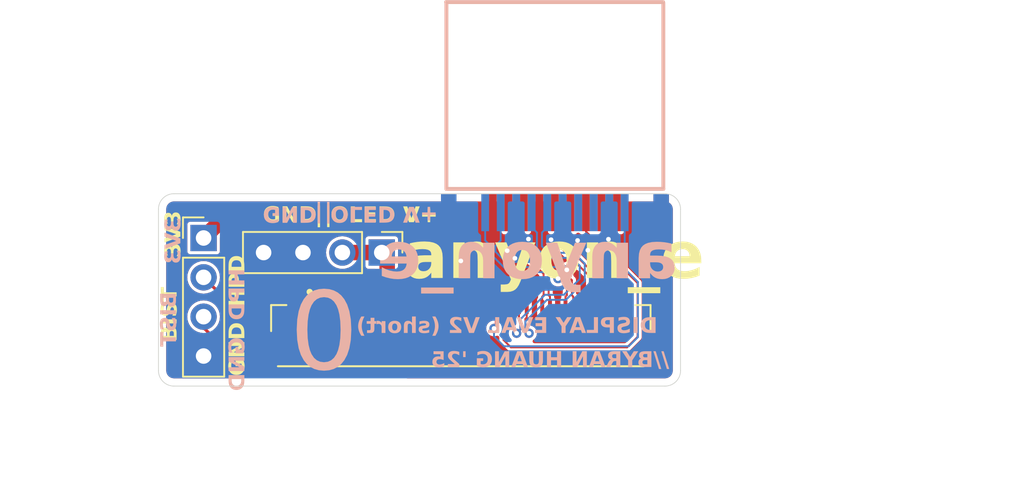
<source format=kicad_pcb>
(kicad_pcb (version 20240225) (generator "pcbnew") (generator_version "8.99")
  (layers (0 "F.Cu" signal) (1 "In1.Cu" signal) (2 "In2.Cu" signal) (31 "B.Cu" signal) (34 "B.Paste" user) (35 "F.Paste" user) (36 "B.SilkS" user "B.Silkscreen") (37 "F.SilkS" user "F.Silkscreen") (38 "B.Mask" user) (39 "F.Mask" user) (44 "Edge.Cuts" user))
  (net 0 "")
  (net 1 "/BIST_EN")
  (net 2 "+3.3V")
  (net 3 "GND")
  (net 6 "/DP_2N")
  (net 7 "/DP_3P")
  (net 8 "/OLED_EL")
  (net 11 "/DP_1N")
  (net 12 "/DP_3N")
  (net 14 "/DP_0N")
  (net 15 "/AUX_N")
  (net 18 "/AUX_P")
  (net 23 "/DP_0P")
  (net 24 "/DP_1P")
  (net 25 "/DP_2P")
  (net 27 "/HPD")
  (net 30 "+5V")
  (footprint "Connector_PinHeader_2.54mm:PinHeader_1x04_P2.54mm_Vertical" (layer "F.Cu") (at 98.96 134.28 -90)
    (property "Reference" "J2" (hide yes))
    (property "Value" "OLED EL")
    (fp_line (start -1.33 8.95) (end 1.33 8.95) (stroke (width 0.12)) (layer "F.SilkS"))
    (fp_line (start -1.33 1.27) (end -1.33 8.95) (stroke (width 0.12)) (layer "F.SilkS"))
    (fp_line (start -1.33 1.27) (end 1.33 1.27) (stroke (width 0.12)) (layer "F.SilkS"))
    (fp_line (start 1.33 1.27) (end 1.33 8.95) (stroke (width 0.12)) (layer "F.SilkS"))
    (fp_line (start -1.33 0) (end -1.33 -1.33) (stroke (width 0.12)) (layer "F.SilkS"))
    (fp_line (start -1.33 -1.33) (end 0 -1.33) (stroke (width 0.12)) (layer "F.SilkS"))
    (pad "1" thru_hole rect (at 0 0 270) (size 1.7 1.7) (drill 1) (layers "*.Cu" "*.Mask") (net 8 "/OLED_EL"))
    (pad "2" thru_hole oval (at 0 2.54 270) (size 1.7 1.7) (drill 1) (layers "*.Cu" "*.Mask") (net 8 "/OLED_EL"))
    (pad "3" thru_hole oval (at 0 5.08 270) (size 1.7 1.7) (drill 1) (layers "*.Cu" "*.Mask") (net 3 "GND"))
    (pad "4" thru_hole oval (at 0 7.62 270) (size 1.7 1.7) (drill 1) (layers "*.Cu" "*.Mask") (net 3 "GND"))
  )
  (footprint "Connector_PinHeader_2.54mm:PinHeader_1x04_P2.54mm_Vertical" (layer "F.Cu") (at 87.47 133.34)
    (property "Reference" "J5" (hide yes))
    (property "Value" "DEBUG")
    (fp_line (start -1.33 -1.33) (end 0 -1.33) (stroke (width 0.12)) (layer "F.SilkS"))
    (fp_line (start -1.33 0) (end -1.33 -1.33) (stroke (width 0.12)) (layer "F.SilkS"))
    (fp_line (start -1.33 1.27) (end -1.33 8.95) (stroke (width 0.12)) (layer "F.SilkS"))
    (fp_line (start -1.33 1.27) (end 1.33 1.27) (stroke (width 0.12)) (layer "F.SilkS"))
    (fp_line (start -1.33 8.95) (end 1.33 8.95) (stroke (width 0.12)) (layer "F.SilkS"))
    (fp_line (start 1.33 1.27) (end 1.33 8.95) (stroke (width 0.12)) (layer "F.SilkS"))
    (pad "1" thru_hole rect (at 0 0) (size 1.7 1.7) (drill 1) (layers "*.Cu" "*.Mask") (net 2 "+3.3V"))
    (pad "2" thru_hole oval (at 0 2.54) (size 1.7 1.7) (drill 1) (layers "*.Cu" "*.Mask") (net 27 "/HPD"))
    (pad "3" thru_hole oval (at 0 5.08) (size 1.7 1.7) (drill 1) (layers "*.Cu" "*.Mask") (net 1 "/BIST_EN"))
    (pad "4" thru_hole oval (at 0 7.62) (size 1.7 1.7) (drill 1) (layers "*.Cu" "*.Mask") (net 3 "GND"))
  )
  (footprint "eDP_Connector:IPEX_20455-040E-76" (layer "F.Cu") (at 104.06 139.72)
    (property "Reference" "J1" (hide yes))
    (property "Value" "20455-040E-76 OLED IPEX")
    (fp_line (start -12.235 -2.05) (end -12.235 -0.37) (stroke (width 0.127)) (layer "F.SilkS"))
    (fp_line (start -12.235 -2.05) (end -11.25 -2.05) (stroke (width 0.127)) (layer "F.SilkS"))
    (fp_line (start -11.8 1.9) (end 11.8 1.9) (stroke (width 0.127)) (layer "F.SilkS"))
    (fp_line (start 11.25 -2.05) (end 12.235 -2.05) (stroke (width 0.127)) (layer "F.SilkS"))
    (fp_line (start 12.235 -2.05) (end 12.235 -0.37) (stroke (width 0.127)) (layer "F.SilkS"))
    (fp_circle (center -9.75 -2.9) (end -9.65 -2.9) (stroke (width 0.2)) (fill none) (layer "F.SilkS"))
    (pad "1" smd rect (at -9.75 -1.92) (size 0.25 0.9) (layers "F.Cu" "F.Paste" "F.Mask"))
    (pad "2" smd rect (at -9.25 -1.92) (size 0.25 0.9) (layers "F.Cu" "F.Paste" "F.Mask"))
    (pad "3" smd rect (at -8.75 -1.92) (size 0.25 0.9) (layers "F.Cu" "F.Paste" "F.Mask"))
    (pad "4" smd rect (at -8.25 -1.92) (size 0.25 0.9) (layers "F.Cu" "F.Paste" "F.Mask"))
    (pad "5" smd rect (at -7.75 -1.92) (size 0.25 0.9) (layers "F.Cu" "F.Paste" "F.Mask"))
    (pad "6" smd rect (at -7.25 -1.92) (size 0.25 0.9) (layers "F.Cu" "F.Paste" "F.Mask"))
    (pad "7" smd rect (at -6.75 -1.92) (size 0.25 0.9) (layers "F.Cu" "F.Paste" "F.Mask"))
    (pad "8" smd rect (at -6.25 -1.92) (size 0.25 0.9) (layers "F.Cu" "F.Paste" "F.Mask"))
    (pad "9" smd rect (at -5.75 -1.92) (size 0.25 0.9) (layers "F.Cu" "F.Paste" "F.Mask"))
    (pad "10" smd rect (at -5.25 -1.92) (size 0.25 0.9) (layers "F.Cu" "F.Paste" "F.Mask") (net 8 "/OLED_EL"))
    (pad "11" smd rect (at -4.75 -1.92) (size 0.25 0.9) (layers "F.Cu" "F.Paste" "F.Mask") (net 8 "/OLED_EL"))
    (pad "12" smd rect (at -4.25 -1.92) (size 0.25 0.9) (layers "F.Cu" "F.Paste" "F.Mask") (net 8 "/OLED_EL"))
    (pad "13" smd rect (at -3.75 -1.92) (size 0.25 0.9) (layers "F.Cu" "F.Paste" "F.Mask"))
    (pad "14" smd rect (at -3.25 -1.92) (size 0.25 0.9) (layers "F.Cu" "F.Paste" "F.Mask") (net 3 "GND"))
    (pad "15" smd rect (at -2.75 -1.92) (size 0.25 0.9) (layers "F.Cu" "F.Paste" "F.Mask") (net 3 "GND"))
    (pad "16" smd rect (at -2.25 -1.92) (size 0.25 0.9) (layers "F.Cu" "F.Paste" "F.Mask") (net 27 "/HPD"))
    (pad "17" smd rect (at -1.75 -1.92) (size 0.25 0.9) (layers "F.Cu" "F.Paste" "F.Mask") (net 2 "+3.3V"))
    (pad "18" smd rect (at -1.25 -1.92) (size 0.25 0.9) (layers "F.Cu" "F.Paste" "F.Mask") (net 2 "+3.3V"))
    (pad "19" smd rect (at -0.75 -1.92) (size 0.25 0.9) (layers "F.Cu" "F.Paste" "F.Mask") (net 2 "+3.3V"))
    (pad "20" smd rect (at -0.25 -1.92) (size 0.25 0.9) (layers "F.Cu" "F.Paste" "F.Mask") (net 1 "/BIST_EN"))
    (pad "21" smd rect (at 0.25 -1.92) (size 0.25 0.9) (layers "F.Cu" "F.Paste" "F.Mask") (net 3 "GND"))
    (pad "22" smd rect (at 0.75 -1.92) (size 0.25 0.9) (layers "F.Cu" "F.Paste" "F.Mask") (net 3 "GND"))
    (pad "23" smd rect (at 1.25 -1.92) (size 0.25 0.9) (layers "F.Cu" "F.Paste" "F.Mask") (net 3 "GND"))
    (pad "24" smd rect (at 1.75 -1.92) (size 0.25 0.9) (layers "F.Cu" "F.Paste" "F.Mask") (net 3 "GND"))
    (pad "25" smd rect (at 2.25 -1.92) (size 0.25 0.9) (layers "F.Cu" "F.Paste" "F.Mask") (net 15 "/AUX_N"))
    (pad "26" smd rect (at 2.75 -1.92) (size 0.25 0.9) (layers "F.Cu" "F.Paste" "F.Mask") (net 18 "/AUX_P"))
    (pad "27" smd rect (at 3.25 -1.92) (size 0.25 0.9) (layers "F.Cu" "F.Paste" "F.Mask") (net 3 "GND"))
    (pad "28" smd rect (at 3.75 -1.92) (size 0.25 0.9) (layers "F.Cu" "F.Paste" "F.Mask") (net 23 "/DP_0P"))
    (pad "29" smd rect (at 4.25 -1.92) (size 0.25 0.9) (layers "F.Cu" "F.Paste" "F.Mask") (net 14 "/DP_0N"))
    (pad "30" smd rect (at 4.75 -1.92) (size 0.25 0.9) (layers "F.Cu" "F.Paste" "F.Mask") (net 3 "GND"))
    (pad "31" smd rect (at 5.25 -1.92) (size 0.25 0.9) (layers "F.Cu" "F.Paste" "F.Mask") (net 24 "/DP_1P"))
    (pad "32" smd rect (at 5.75 -1.92) (size 0.25 0.9) (layers "F.Cu" "F.Paste" "F.Mask") (net 11 "/DP_1N"))
    (pad "33" smd rect (at 6.25 -1.92) (size 0.25 0.9) (layers "F.Cu" "F.Paste" "F.Mask") (net 3 "GND"))
    (pad "34" smd rect (at 6.75 -1.92) (size 0.25 0.9) (layers "F.Cu" "F.Paste" "F.Mask") (net 25 "/DP_2P"))
    (pad "35" smd rect (at 7.25 -1.92) (size 0.25 0.9) (layers "F.Cu" "F.Paste" "F.Mask") (net 6 "/DP_2N"))
    (pad "36" smd rect (at 7.75 -1.92) (size 0.25 0.9) (layers "F.Cu" "F.Paste" "F.Mask") (net 3 "GND"))
    (pad "37" smd rect (at 8.25 -1.92) (size 0.25 0.9) (layers "F.Cu" "F.Paste" "F.Mask") (net 7 "/DP_3P"))
    (pad "38" smd rect (at 8.75 -1.92) (size 0.25 0.9) (layers "F.Cu" "F.Paste" "F.Mask") (net 12 "/DP_3N"))
    (pad "39" smd rect (at 9.25 -1.92) (size 0.25 0.9) (layers "F.Cu" "F.Paste" "F.Mask") (net 3 "GND"))
    (pad "40" smd rect (at 9.75 -1.92) (size 0.25 0.9) (layers "F.Cu" "F.Paste" "F.Mask"))
    (pad "S1" smd rect (at -10.65 -1.92) (size 0.55 0.9) (layers "F.Cu" "F.Paste" "F.Mask") (net 3 "GND"))
    (pad "S2" smd rect (at -12.85 0.9) (size 1.4 1.9) (layers "F.Cu" "F.Paste" "F.Mask") (net 3 "GND"))
    (pad "S3" smd rect (at 10.65 -1.92) (size 0.55 0.9) (layers "F.Cu" "F.Paste" "F.Mask") (net 3 "GND"))
    (pad "S4" smd rect (at 12.85 0.9) (size 1.4 1.9) (layers "F.Cu" "F.Paste" "F.Mask") (net 3 "GND"))
  )
  (footprint "HDMI_MALE_HORIZONTAL:HDMI-SMD_HYC109-HDMIA19-160" (layer "B.Cu") (at 110.13 131.7)
    (property "Reference" "J4" (hide yes))
    (property "Value" "HDMI mux'ed to DP1.4a")
    (fp_line (start -7.02 -13.59) (end 6.98 -13.59) (stroke (width 0.25)) (layer "B.SilkS"))
    (fp_line (start -7 -1.53) (end -7 -13.52) (stroke (width 0.25)) (layer "B.SilkS"))
    (fp_line (start 6.99 -13.52) (end 6.99 -1.53) (stroke (width 0.25)) (layer "B.SilkS"))
    (fp_line (start 6.99 -1.53) (end -7 -1.53) (stroke (width 0.25)) (layer "B.SilkS"))
    (pad "1" smd rect (at -4.5 0) (size 0.5 2.4) (layers "B.Cu" "B.Paste" "B.Mask") (net 25 "/DP_2P"))
    (pad "2" smd rect (at -4 0) (size 0.5 2.4) (layers "F.Cu" "F.Paste" "F.Mask") (net 3 "GND"))
    (pad "3" smd rect (at -3.5 0) (size 0.5 2.4) (layers "B.Cu" "B.Paste" "B.Mask") (net 6 "/DP_2N"))
    (pad "4" smd rect (at -3 0) (size 0.5 2.4) (layers "F.Cu" "F.Paste" "F.Mask") (net 24 "/DP_1P"))
    (pad "5" smd rect (at -2.5 0) (size 0.5 2.4) (layers "B.Cu" "B.Paste" "B.Mask") (net 3 "GND"))
    (pad "6" smd rect (at -2 0) (size 0.5 2.4) (layers "F.Cu" "F.Paste" "F.Mask") (net 11 "/DP_1N"))
    (pad "7" smd rect (at -1.5 0) (size 0.5 2.4) (layers "B.Cu" "B.Paste" "B.Mask") (net 23 "/DP_0P"))
    (pad "8" smd rect (at -1 0) (size 0.5 2.4) (layers "F.Cu" "F.Paste" "F.Mask") (net 3 "GND"))
    (pad "9" smd rect (at -0.5 0) (size 0.5 2.4) (layers "B.Cu" "B.Paste" "B.Mask") (net 14 "/DP_0N"))
    (pad "10" smd rect (at 0 0) (size 0.5 2.4) (layers "F.Cu" "F.Paste" "F.Mask") (net 7 "/DP_3P"))
    (pad "11" smd rect (at 0.5 0) (size 0.5 2.4) (layers "B.Cu" "B.Paste" "B.Mask") (net 3 "GND"))
    (pad "12" smd rect (at 1 0) (size 0.5 2.4) (layers "F.Cu" "F.Paste" "F.Mask") (net 12 "/DP_3N"))
    (pad "13" smd rect (at 1.5 0) (size 0.5 2.4) (layers "B.Cu" "B.Paste" "B.Mask"))
    (pad "14" smd rect (at 2 0) (size 0.5 2.4) (layers "F.Cu" "F.Paste" "F.Mask") (net 18 "/AUX_P"))
    (pad "15" smd rect (at 2.5 0) (size 0.5 2.4) (layers "B.Cu" "B.Paste" "B.Mask"))
    (pad "16" smd rect (at 3 0) (size 0.5 2.4) (layers "F.Cu" "F.Paste" "F.Mask"))
    (pad "17" smd rect (at 3.5 0) (size 0.5 2.4) (layers "B.Cu" "B.Paste" "B.Mask") (net 3 "GND"))
    (pad "18" smd rect (at 4 0) (size 0.5 2.4) (layers "F.Cu" "F.Paste" "F.Mask") (net 30 "+5V"))
    (pad "19" smd rect (at 4.5 0) (size 0.5 2.4) (layers "B.Cu" "B.Paste" "B.Mask") (net 15 "/AUX_N"))
    (pad "SH" smd rect (at -6.85 0) (size 1 2.3) (layers "F.Cu" "F.Paste" "F.Mask") (net 3 "GND"))
    (pad "SH" smd rect (at -6.85 0) (size 1 2.4) (layers "B.Cu" "B.Paste" "B.Mask") (net 3 "GND"))
    (pad "SH" smd rect (at 6.85 0) (size 1 2.3) (layers "F.Cu" "F.Paste" "F.Mask") (net 3 "GND"))
    (pad "SH" smd rect (at 6.85 0) (size 1 2.4) (layers "B.Cu" "B.Paste" "B.Mask") (net 3 "GND"))
  )
  (gr_arc (start 118.23 141.9) (mid 117.937107 142.607107) (end 117.23 142.9) (stroke (width 0.05)) (layer "Edge.Cuts"))
  (gr_arc (start 117.23 130.48) (mid 117.937107 130.772893) (end 118.23 131.48) (stroke (width 0.05)) (layer "Edge.Cuts"))
  (gr_line (start 85.56 130.48) (end 117.23 130.48) (stroke (width 0.05)) (layer "Edge.Cuts"))
  (gr_arc (start 84.56 131.48) (mid 84.852893 130.772893) (end 85.56 130.48) (stroke (width 0.05)) (layer "Edge.Cuts"))
  (gr_line (start 84.56 141.9) (end 84.56 131.48) (stroke (width 0.05)) (layer "Edge.Cuts"))
  (gr_arc (start 85.56 142.9) (mid 84.852893 142.607107) (end 84.56 141.9) (stroke (width 0.05)) (layer "Edge.Cuts"))
  (gr_line (start 118.23 131.48) (end 118.23 141.9) (stroke (width 0.05)) (layer "Edge.Cuts"))
  (gr_line (start 117.23 142.9) (end 85.56 142.9) (stroke (width 0.05)) (layer "Edge.Cuts"))
  (gr_text "| OLED V+" (at 94.647036 131.16 180) (layer "B.SilkS") (effects (font (size 1 1) (thickness 0.25) (bold yes)) (justify left bottom mirror)))
  (gr_text "BIST" (at 85.86 136.81 90) (layer "B.SilkS") (effects (font (size 1 1) (thickness 0.25) (bold yes)) (justify left bottom mirror)))
  (gr_text "DISPLAY EVAL V2 (short)" (at 116.75 139.64 0) (layer "B.SilkS") (effects (font (size 1 1) (thickness 0.2) (bold yes) (italic yes)) (justify left bottom mirror)))
  (gr_text "//BYRAN HUANG '25" (at 117.5 141.84 -0) (layer "B.SilkS") (effects (font (size 1 1) (thickness 0.2) (bold yes) (italic yes)) (justify left bottom mirror)))
  (gr_text "GND |" (at 91.287036 131.17 180) (layer "B.SilkS") (effects (font (size 1 1) (thickness 0.25) (bold yes)) (justify left bottom mirror)))
  (gr_text "HPD" (at 90.27 135.3 90) (layer "B.SilkS") (effects (font (size 1 1) (thickness 0.25) (bold yes)) (justify left bottom mirror)))
  (gr_text "3V3" (at 86.14 132.01 90) (layer "B.SilkS") (effects (font (size 1 1) (thickness 0.25) (bold yes)) (justify left bottom mirror)))
  (gr_text "GND" (at 90.27 139.74 90) (layer "B.SilkS") (effects (font (size 1 1) (thickness 0.25) (bold yes)) (justify left bottom mirror)))
  (gr_text "anyon_e" (at 118.03 136.45 -0) (layer "B.SilkS") (effects (font (size 3 3) (thickness 0.25) (bold yes)) (justify left bottom mirror)))
  (gr_text "0" (at 97.46 142.66 -0) (layer "B.SilkS") (effects (font (size 5 5) (thickness 0.1)) (justify left bottom mirror)))
  (gr_text "HPD" (at 90.27 137.79 90) (layer "F.SilkS") (effects (font (size 1 1) (thickness 0.25) (bold yes)) (justify left bottom)))
  (gr_text "| OLED V+" (at 94.65 132.49 0) (layer "F.SilkS") (effects (font (size 1 1) (thickness 0.25) (bold yes)) (justify left bottom)))
  (gr_text "3V3" (at 86.14 134.61 90) (layer "F.SilkS") (effects (font (size 1 1) (thickness 0.25) (bold yes)) (justify left bottom)))
  (gr_text "GND" (at 90.27 142.25 90) (layer "F.SilkS") (effects (font (size 1 1) (thickness 0.25) (bold yes)) (justify left bottom)))
  (gr_text "GND |" (at 91.29 132.48 0) (layer "F.SilkS") (effects (font (size 1 1) (thickness 0.25) (bold yes)) (justify left bottom)))
  (gr_text "BIST" (at 85.9 140.05 90) (layer "F.SilkS") (effects (font (size 1 1) (thickness 0.25) (bold yes)) (justify left bottom)))
  (gr_text "anyon_e" (at 100.39 136.43 0) (layer "F.SilkS") (effects (font (size 3 3) (thickness 0.25) (bold yes)) (justify left bottom)))
  (segment (start 90.34 142) (end 100.285 142) (width 0.2) (layer "F.Cu") (net 1))
  (segment (start 87.47 138.42) (end 87.47 139.13) (width 0.2) (layer "F.Cu") (net 1))
  (segment (start 103.81 138.475) (end 103.81 137.8) (width 0.2) (layer "F.Cu") (net 1))
  (segment (start 87.47 139.13) (end 90.34 142) (width 0.2) (layer "F.Cu") (net 1))
  (segment (start 100.285 142) (end 103.81 138.475) (width 0.2) (layer "F.Cu") (net 1))
  (segment (start 88.86 131.95) (end 100.4 131.95) (width 1) (layer "F.Cu") (net 2))
  (segment (start 87.47 133.34) (end 88.86 131.95) (width 1) (layer "F.Cu") (net 2))
  (segment (start 102.81 134.36) (end 102.81 137.8) (width 1) (layer "F.Cu") (net 2))
  (segment (start 100.4 131.95) (end 102.81 134.36) (width 1) (layer "F.Cu") (net 2))
  (via (at 111.59 133.5) (size 0.45) (drill 0.3) (layers "F.Cu" "B.Cu") (net 3))
  (via (at 108.42 133.41) (size 0.45) (drill 0.3) (layers "F.Cu" "B.Cu") (net 3))
  (via (at 107.05 134.16) (size 0.45) (drill 0.3) (layers "F.Cu" "B.Cu") (net 3))
  (via (at 107.55 134.65) (size 0.45) (drill 0.3) (layers "F.Cu" "B.Cu") (net 3))
  (via (at 104.06 134.82) (size 0.45) (drill 0.3) (layers "F.Cu" "B.Cu") (net 3))
  (via (at 112.25 134.13) (size 0.45) (drill 0.3) (layers "F.Cu" "B.Cu") (net 3))
  (via (at 113.58 133.42) (size 0.45) (drill 0.3) (layers "F.Cu" "B.Cu") (net 3))
  (via (at 109.88 133.45) (size 0.45) (drill 0.3) (layers "F.Cu" "B.Cu") (net 3))
  (segment (start 111.222433 137.037432) (end 111.222433 136.062718) (width 0.121666) (layer "F.Cu") (net 6))
  (segment (start 110.893975 135.73426) (end 110.893975 135.396025) (width 0.121666) (layer "F.Cu") (net 6))
  (segment (start 111.222433 136.062718) (end 110.893975 135.73426) (width 0.121666) (layer "F.Cu") (net 6))
  (segment (start 111.31 137.8) (end 111.31 137.124999) (width 0.121666) (layer "F.Cu") (net 6))
  (segment (start 111.31 137.124999) (end 111.222433 137.037432) (width 0.121666) (layer "F.Cu") (net 6))
  (via (at 110.893975 135.396025) (size 0.6) (drill 0.3) (layers "F.Cu" "B.Cu") (net 6))
  (segment (start 106.63 131.7) (end 106.63 133.500001) (width 0.121666) (layer "B.Cu") (net 6))
  (segment (start 110.55574 135.396025) (end 110.377282 135.217567) (width 0.121666) (layer "B.Cu") (net 6))
  (segment (start 106.292433 134.222717) (end 107.287283 135.217567) (width 0.121666) (layer "B.Cu") (net 6))
  (segment (start 110.377282 135.217567) (end 107.287283 135.217567) (width 0.121666) (layer "B.Cu") (net 6))
  (segment (start 106.63 133.500001) (end 106.292433 133.837568) (width 0.121666) (layer "B.Cu") (net 6))
  (segment (start 106.292433 133.837568) (end 106.292433 134.222717) (width 0.121666) (layer "B.Cu") (net 6))
  (segment (start 106.63 131.7) (end 106.63 132.65) (width 0.121666) (layer "B.Cu") (net 6))
  (segment (start 110.893975 135.396025) (end 110.55574 135.396025) (width 0.121666) (layer "B.Cu") (net 6))
  (segment (start 112.397567 137.037432) (end 112.397567 135.847283) (width 0.121666) (layer "F.Cu") (net 7))
  (segment (start 112.397567 135.847283) (end 110.467567 133.917283) (width 0.121666) (layer "F.Cu") (net 7))
  (segment (start 112.31 137.124999) (end 112.397567 137.037432) (width 0.121666) (layer "F.Cu") (net 7))
  (segment (start 110.467567 132.987567) (end 110.13 132.65) (width 0.121666) (layer "F.Cu") (net 7))
  (segment (start 112.31 137.8) (end 112.31 137.124999) (width 0.121666) (layer "F.Cu") (net 7))
  (segment (start 110.467567 133.917283) (end 110.467567 132.987567) (width 0.121666) (layer "F.Cu") (net 7))
  (segment (start 110.13 132.65) (end 110.13 131.7) (width 0.121666) (layer "F.Cu") (net 7))
  (segment (start 98.96 134.28) (end 99.31 134.63) (width 1) (layer "F.Cu") (net 8))
  (segment (start 96.42 134.28) (end 98.96 134.28) (width 1) (layer "F.Cu") (net 8))
  (segment (start 99.31 134.63) (end 99.31 137.8) (width 1) (layer "F.Cu") (net 8))
  (segment (start 107.792433 132.987567) (end 107.792433 133.592717) (width 0.121666) (layer "F.Cu") (net 11))
  (segment (start 109.722433 137.037432) (end 109.81 137.124999) (width 0.121666) (layer "F.Cu") (net 11))
  (segment (start 109.81 137.124999) (end 109.81 137.8) (width 0.121666) (layer "F.Cu") (net 11))
  (segment (start 108.13 131.7) (end 108.13 132.65) (width 0.121666) (layer "F.Cu") (net 11))
  (segment (start 108.13 132.65) (end 107.792433 132.987567) (width 0.121666) (layer "F.Cu") (net 11))
  (segment (start 109.722433 135.522717) (end 109.722433 137.037432) (width 0.121666) (layer "F.Cu") (net 11))
  (segment (start 107.792433 133.592717) (end 109.722433 135.522717) (width 0.121666) (layer "F.Cu") (net 11))
  (segment (start 112.722433 135.712717) (end 110.792433 133.782717) (width 0.121666) (layer "F.Cu") (net 12))
  (segment (start 112.81 137.124999) (end 112.722433 137.037432) (width 0.121666) (layer "F.Cu") (net 12))
  (segment (start 110.792433 132.987567) (end 111.13 132.65) (width 0.121666) (layer "F.Cu") (net 12))
  (segment (start 112.81 137.8) (end 112.81 137.124999) (width 0.121666) (layer "F.Cu") (net 12))
  (segment (start 110.792433 133.782717) (end 110.792433 132.987567) (width 0.121666) (layer "F.Cu") (net 12))
  (segment (start 111.13 132.65) (end 111.13 131.7) (width 0.121666) (layer "F.Cu") (net 12))
  (segment (start 112.722433 137.037432) (end 112.722433 135.712717) (width 0.121666) (layer "F.Cu") (net 12))
  (segment (start 108.222433 139.250833) (end 108.4616 139.49) (width 0.121666) (layer "F.Cu") (net 14))
  (segment (start 108.222433 138.562568) (end 108.222433 139.250833) (width 0.121666) (layer "F.Cu") (net 14))
  (segment (start 108.31 137.8) (end 108.31 138.475001) (width 0.121666) (layer "F.Cu") (net 14))
  (segment (start 108.31 138.475001) (end 108.222433 138.562568) (width 0.121666) (layer "F.Cu") (net 14))
  (via (at 108.4616 139.49) (size 0.6) (drill 0.3) (layers "F.Cu" "B.Cu") (net 14))
  (segment (start 109.292433 133.872717) (end 109.717283 134.297567) (width 0.121666) (layer "B.Cu") (net 14))
  (segment (start 110.837283 137.332433) (end 109.617283 137.332433) (width 0.121666) (layer "B.Cu") (net 14))
  (segment (start 109.63 132.65) (end 109.292433 132.987567) (width 0.121666) (layer "B.Cu") (net 14))
  (segment (start 112.052433 134.992717) (end 112.052433 136.117283) (width 0.121666) (layer "B.Cu") (net 14))
  (segment (start 108.222433 139.250833) (end 108.4616 139.49) (width 0.121666) (layer "B.Cu") (net 14))
  (segment (start 108.222433 138.727283) (end 108.222433 139.250833) (width 0.121666) (layer "B.Cu") (net 14))
  (segment (start 112.052433 136.117283) (end 110.837283 137.332433) (width 0.121666) (layer "B.Cu") (net 14))
  (segment (start 109.63 131.7) (end 109.63 132.65) (width 0.121666) (layer "B.Cu") (net 14))
  (segment (start 109.617283 137.332433) (end 108.222433 138.727283) (width 0.121666) (layer "B.Cu") (net 14))
  (segment (start 109.717283 134.297567) (end 111.357283 134.297567) (width 0.121666) (layer "B.Cu") (net 14))
  (segment (start 111.357283 134.297567) (end 112.052433 134.992717) (width 0.121666) (layer "B.Cu") (net 14))
  (segment (start 109.292433 132.987567) (end 109.292433 133.872717) (width 0.121666) (layer "B.Cu") (net 14))
  (segment (start 106.31 139.07) (end 106.31 137.8) (width 0.121666) (layer "F.Cu") (net 15))
  (segment (start 106.2 139.18) (end 106.31 139.07) (width 0.121666) (layer "F.Cu") (net 15))
  (via (at 106.2 139.18) (size 0.6) (drill 0.3) (layers "F.Cu" "B.Cu") (net 15))
  (segment (start 114.89 140.33) (end 106.84 140.33) (width 0.121666) (layer "B.Cu") (net 15))
  (segment (start 106.84 140.33) (end 106.27 139.76) (width 0.121666) (layer "B.Cu") (net 15))
  (segment (start 114.63 131.7) (end 114.63 135.33) (width 0.121666) (layer "B.Cu") (net 15))
  (segment (start 115.48 139.74) (end 114.89 140.33) (width 0.121666) (layer "B.Cu") (net 15))
  (segment (start 115.21 135.91) (end 115.48 136.18) (width 0.121666) (layer "B.Cu") (net 15))
  (segment (start 114.63 135.33) (end 115.21 135.91) (width 0.121666) (layer "B.Cu") (net 15))
  (segment (start 115.48 136.18) (end 115.48 139.6) (width 0.121666) (layer "B.Cu") (net 15))
  (segment (start 106.2 139.69) (end 106.2 139.18) (width 0.121666) (layer "B.Cu") (net 15))
  (segment (start 115.48 139.6) (end 115.48 139.74) (width 0.121666) (layer "B.Cu") (net 15))
  (segment (start 106.27 139.76) (end 106.2 139.69) (width 0.121666) (layer "B.Cu") (net 15))
  (segment (start 107.29 140.4) (end 106.81 139.92) (width 0.121666) (layer "F.Cu") (net 18))
  (segment (start 106.81 139.92) (end 106.81 137.8) (width 0.121666) (layer "F.Cu") (net 18))
  (segment (start 115.46 136.25) (end 115.46 139.72) (width 0.121666) (layer "F.Cu") (net 18))
  (segment (start 112.13 131.7) (end 112.13 132.92) (width 0.121666) (layer "F.Cu") (net 18))
  (segment (start 115.46 139.72) (end 114.78 140.4) (width 0.121666) (layer "F.Cu") (net 18))
  (segment (start 114.78 140.4) (end 107.29 140.4) (width 0.121666) (layer "F.Cu") (net 18))
  (segment (start 112.13 132.92) (end 115.46 136.25) (width 0.121666) (layer "F.Cu") (net 18))
  (segment (start 107.81 137.8) (end 107.81 138.475001) (width 0.121666) (layer "F.Cu") (net 23))
  (segment (start 107.81 138.475001) (end 107.897567 138.562568) (width 0.121666) (layer "F.Cu") (net 23))
  (segment (start 107.897567 139.250833) (end 107.6584 139.49) (width 0.121666) (layer "F.Cu") (net 23))
  (segment (start 107.897567 138.562568) (end 107.897567 139.250833) (width 0.121666) (layer "F.Cu") (net 23))
  (via (at 107.6584 139.49) (size 0.6) (drill 0.3) (layers "F.Cu" "B.Cu") (net 23))
  (segment (start 108.63 131.7) (end 108.63 132.65) (width 0.121666) (layer "B.Cu") (net 23))
  (segment (start 107.897567 138.592717) (end 107.897567 139.250833) (width 0.121666) (layer "B.Cu") (net 23))
  (segment (start 111.727567 135.127283) (end 111.727567 135.982717) (width 0.121666) (layer "B.Cu") (net 23))
  (segment (start 110.702717 137.007567) (end 109.482717 137.007567) (width 0.121666) (layer "B.Cu") (net 23))
  (segment (start 108.63 132.65) (end 108.967567 132.987567) (width 0.121666) (layer "B.Cu") (net 23))
  (segment (start 108.967567 134.007283) (end 109.582717 134.622433) (width 0.121666) (layer "B.Cu") (net 23))
  (segment (start 111.222717 134.622433) (end 111.727567 135.127283) (width 0.121666) (layer "B.Cu") (net 23))
  (segment (start 111.727567 135.982717) (end 110.702717 137.007567) (width 0.121666) (layer "B.Cu") (net 23))
  (segment (start 109.482717 137.007567) (end 107.897567 138.592717) (width 0.121666) (layer "B.Cu") (net 23))
  (segment (start 107.897567 139.250833) (end 107.6584 139.49) (width 0.121666) (layer "B.Cu") (net 23))
  (segment (start 108.967567 132.987567) (end 108.967567 134.007283) (width 0.121666) (layer "B.Cu") (net 23))
  (segment (start 109.582717 134.622433) (end 111.222717 134.622433) (width 0.121666) (layer "B.Cu") (net 23))
  (segment (start 107.13 131.7) (end 107.13 132.65) (width 0.121666) (layer "F.Cu") (net 24))
  (segment (start 109.397567 137.037432) (end 109.31 137.124999) (width 0.121666) (layer "F.Cu") (net 24))
  (segment (start 107.13 132.65) (end 107.467567 132.987567) (width 0.121666) (layer "F.Cu") (net 24))
  (segment (start 107.467567 133.727283) (end 109.397567 135.657283) (width 0.121666) (layer "F.Cu") (net 24))
  (segment (start 107.467567 132.987567) (end 107.467567 133.727283) (width 0.121666) (layer "F.Cu") (net 24))
  (segment (start 109.397567 135.657283) (end 109.397567 137.037432) (width 0.121666) (layer "F.Cu") (net 24))
  (segment (start 109.31 137.124999) (end 109.31 137.8) (width 0.121666) (layer "F.Cu") (net 24))
  (segment (start 110.897567 137.037432) (end 110.897567 136.197282) (width 0.121666) (layer "F.Cu") (net 25))
  (segment (start 110.66426 135.963975) (end 110.326025 135.963975) (width 0.121666) (layer "F.Cu") (net 25))
  (segment (start 110.897567 136.197282) (end 110.66426 135.963975) (width 0.121666) (layer "F.Cu") (net 25))
  (segment (start 110.81 137.8) (end 110.81 137.124999) (width 0.121666) (layer "F.Cu") (net 25))
  (segment (start 110.81 137.124999) (end 110.897567 137.037432) (width 0.121666) (layer "F.Cu") (net 25))
  (via (at 110.326025 135.963975) (size 0.6) (drill 0.3) (layers "F.Cu" "B.Cu") (net 25))
  (segment (start 110.326025 135.62574) (end 110.242718 135.542433) (width 0.121666) (layer "B.Cu") (net 25))
  (segment (start 110.326025 135.963975) (end 110.326025 135.62574) (width 0.121666) (layer "B.Cu") (net 25))
  (segment (start 105.967567 133.837568) (end 105.967567 134.357283) (width 0.121666) (layer "B.Cu") (net 25))
  (segment (start 105.63 131.7) (end 105.63 132.65) (width 0.121666) (layer "B.Cu") (net 25))
  (segment (start 105.63 133.500001) (end 105.967567 133.837568) (width 0.121666) (layer "B.Cu") (net 25))
  (segment (start 110.242718 135.542433) (end 107.152717 135.542433) (width 0.121666) (layer "B.Cu") (net 25))
  (segment (start 105.967567 134.357283) (end 107.152717 135.542433) (width 0.121666) (layer "B.Cu") (net 25))
  (segment (start 105.63 131.7) (end 105.63 133.500001) (width 0.121666) (layer "B.Cu") (net 25))
  (segment (start 90.64 139.05) (end 101.235 139.05) (width 0.2) (layer "F.Cu") (net 27))
  (segment (start 101.235 139.05) (end 101.81 138.475) (width 0.2) (layer "F.Cu") (net 27))
  (segment (start 87.47 135.88) (end 90.64 139.05) (width 0.2) (layer "F.Cu") (net 27))
  (segment (start 101.81 138.475) (end 101.81 137.8) (width 0.2) (layer "F.Cu") (net 27))
  (zone (net 3) (net_name "GND") (layers "F.Cu" "In1.Cu" "In2.Cu" "B.Cu") (priority 1) (connect_pads yes (clearance 0.127)) (min_thickness 0.25) (fill yes (thermal_gap 0.5) (thermal_bridge_width 0.5))
    (polygon (pts (xy 74.34 118.94) (xy 74.74 148.84) (xy 140.4 148.9) (xy 140 119)))
  )
)
</source>
